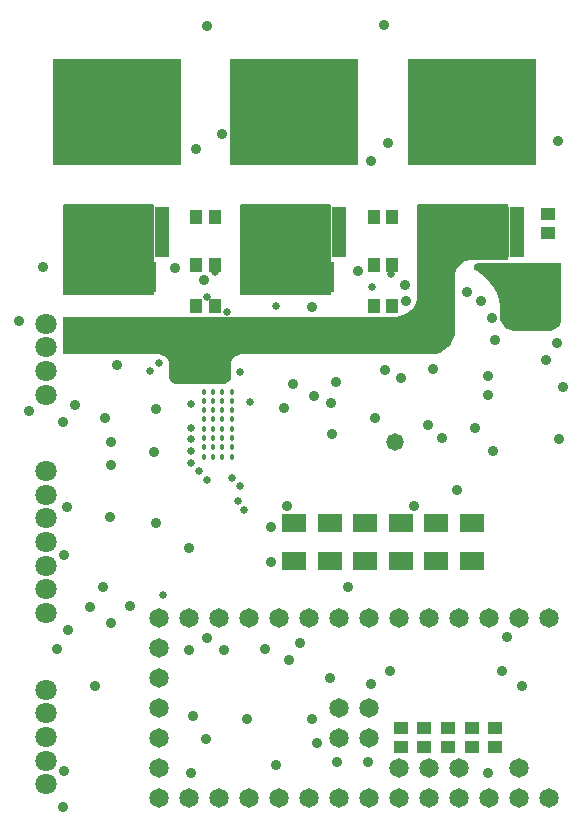
<source format=gbs>
G04 Layer_Color=16711935*
%FSAX44Y44*%
%MOMM*%
G71*
G01*
G75*
%ADD46R,1.1032X1.2032*%
%ADD54R,1.2032X1.1032*%
%ADD55R,2.1032X1.5532*%
%ADD60R,1.2532X4.3532*%
%ADD61R,10.8032X9.0032*%
%ADD63C,1.6510*%
%ADD64C,1.8034*%
%ADD65C,0.6604*%
%ADD66C,1.4732*%
%ADD67C,0.9144*%
%ADD68C,0.4572*%
%ADD69R,7.5832X2.6432*%
G36*
X00725133Y01006010D02*
X00725264Y01005984D01*
X00725390Y01005941D01*
X00725509Y01005882D01*
X00725620Y01005808D01*
X00725720Y01005720D01*
X00725808Y01005620D01*
X00725882Y01005509D01*
X00725941Y01005390D01*
X00725984Y01005264D01*
X00726010Y01005133D01*
X00726018Y01005000D01*
Y00930000D01*
X00726010Y00929867D01*
X00725984Y00929736D01*
X00725941Y00929610D01*
X00725882Y00929491D01*
X00725808Y00929380D01*
X00725720Y00929280D01*
X00725620Y00929192D01*
X00725509Y00929118D01*
X00725390Y00929059D01*
X00725264Y00929016D01*
X00725133Y00928990D01*
X00725000Y00928982D01*
X00650000D01*
X00649867Y00928990D01*
X00649736Y00929016D01*
X00649610Y00929059D01*
X00649491Y00929118D01*
X00649380Y00929192D01*
X00649280Y00929280D01*
X00649192Y00929380D01*
X00649118Y00929491D01*
X00649059Y00929610D01*
X00649016Y00929736D01*
X00648990Y00929867D01*
X00648982Y00930000D01*
Y01005000D01*
X00648990Y01005133D01*
X00649016Y01005264D01*
X00649059Y01005390D01*
X00649118Y01005509D01*
X00649192Y01005620D01*
X00649280Y01005720D01*
X00649380Y01005808D01*
X00649491Y01005882D01*
X00649610Y01005941D01*
X00649736Y01005984D01*
X00649867Y01006010D01*
X00650000Y01006018D01*
X00725000D01*
X00725133Y01006010D01*
D02*
G37*
G36*
X01070133Y00956010D02*
X01070264Y00955984D01*
X01070390Y00955941D01*
X01070509Y00955882D01*
X01070620Y00955808D01*
X01070720Y00955720D01*
X01070808Y00955620D01*
X01070882Y00955509D01*
X01070941Y00955390D01*
X01070984Y00955264D01*
X01071010Y00955133D01*
X01071018Y00955000D01*
X01071018Y00909344D01*
Y00908731D01*
X01071009Y00908598D01*
X01070769Y00906772D01*
X01070743Y00906641D01*
X01070700Y00906515D01*
X01069759Y00904242D01*
X01069700Y00904122D01*
X01069626Y00904012D01*
X01068128Y00902060D01*
X01068040Y00901960D01*
X01067940Y00901872D01*
X01065988Y00900374D01*
X01065878Y00900300D01*
X01065758Y00900241D01*
X01063485Y00899300D01*
X01063359Y00899257D01*
X01063228Y00899231D01*
X01061401Y00898990D01*
X01061401Y00898990D01*
X01061311Y00898985D01*
X01061268Y00898982D01*
X01061268D01*
X01061268D01*
X01060655Y00898982D01*
X01031149D01*
X01031016Y00898990D01*
X01028684Y00899298D01*
X01028553Y00899324D01*
X01028427Y00899366D01*
X01025525Y00900569D01*
X01025405Y00900628D01*
X01025294Y00900702D01*
X01022802Y00902614D01*
X01022702Y00902702D01*
X01022614Y00902802D01*
X01020702Y00905294D01*
X01020628Y00905405D01*
X01020569Y00905525D01*
X01019366Y00908427D01*
X01019324Y00908553D01*
X01019298Y00908684D01*
X01018990Y00911016D01*
X01018982Y00911149D01*
Y00911931D01*
X01018982Y00911931D01*
X01018984Y00911969D01*
X01018985Y00912007D01*
X01019138Y00914072D01*
X01018833Y00920327D01*
X01017797Y00925537D01*
X01016086Y00930576D01*
X01013733Y00935349D01*
X01010776Y00939773D01*
X01007268Y00943774D01*
X01003268Y00947282D01*
X00999732Y00949637D01*
X00998503Y00950333D01*
X00998502Y00950333D01*
X00998208Y00950499D01*
X00998204Y00950502D01*
X00998199Y00950505D01*
X00998147Y00950540D01*
X00998097Y00950573D01*
X00998093Y00950576D01*
X00998088Y00950579D01*
X00998042Y00950620D01*
X00997996Y00950660D01*
X00997992Y00950664D01*
X00997988Y00950667D01*
X00997949Y00950712D01*
X00997907Y00950759D01*
X00997904Y00950764D01*
X00997900Y00950768D01*
X00997286Y00951571D01*
X00997269Y00951598D01*
X00997249Y00951624D01*
X00997232Y00951654D01*
X00997213Y00951682D01*
X00997198Y00951711D01*
X00997182Y00951739D01*
X00997169Y00951771D01*
X00997154Y00951802D01*
X00997144Y00951832D01*
X00997131Y00951862D01*
X00997122Y00951895D01*
X00997112Y00951928D01*
X00997105Y00951960D01*
X00997097Y00951991D01*
X00996940Y00952779D01*
X00996940Y00952780D01*
X00996923Y00952912D01*
Y00953045D01*
Y00953045D01*
X00996940Y00953177D01*
X00997097Y00953966D01*
X00997131Y00954094D01*
X00997182Y00954217D01*
X00997249Y00954333D01*
X00997696Y00955002D01*
X00997726Y00955041D01*
X00997755Y00955082D01*
X00997767Y00955094D01*
X00997777Y00955107D01*
X00997812Y00955143D01*
X00997846Y00955179D01*
X00997859Y00955189D01*
X00997871Y00955201D01*
X00997911Y00955232D01*
X00997949Y00955263D01*
X00997963Y00955272D01*
X00997977Y00955282D01*
X00998020Y00955307D01*
X00998062Y00955334D01*
X00999118Y00955898D01*
X00999164Y00955919D01*
X00999208Y00955941D01*
X00999224Y00955946D01*
X00999239Y00955953D01*
X00999287Y00955967D01*
X00999334Y00955983D01*
X00999351Y00955987D01*
X00999367Y00955992D01*
X00999416Y00956000D01*
X00999465Y00956009D01*
X00999482Y00956011D01*
X00999498Y00956013D01*
X00999548Y00956015D01*
X00999598Y00956018D01*
X01000000D01*
X01000000Y00956018D01*
X01070000Y00956018D01*
X01070133Y00956010D01*
D02*
G37*
G36*
X01025133Y01006010D02*
X01025264Y01005984D01*
X01025390Y01005941D01*
X01025509Y01005882D01*
X01025620Y01005808D01*
X01025720Y01005720D01*
X01025808Y01005620D01*
X01025882Y01005509D01*
X01025941Y01005390D01*
X01025984Y01005264D01*
X01026010Y01005133D01*
X01026018Y01005000D01*
Y00960000D01*
X01026010Y00959867D01*
X01025984Y00959736D01*
X01025941Y00959610D01*
X01025882Y00959491D01*
X01025808Y00959380D01*
X01025720Y00959280D01*
X01025620Y00959192D01*
X01025509Y00959118D01*
X01025390Y00959059D01*
X01025264Y00959016D01*
X01025133Y00958990D01*
X01025000Y00958982D01*
X00995000Y00958982D01*
X00995000Y00958982D01*
X00993648Y00958982D01*
X00989601Y00957968D01*
X00987195Y00956682D01*
X00985066Y00954934D01*
X00983318Y00952805D01*
X00982032Y00950399D01*
X00981018Y00946352D01*
X00981018Y00945000D01*
Y00900000D01*
X00981018Y00900000D01*
Y00899017D01*
X00981015Y00898967D01*
X00981013Y00898918D01*
X00980724Y00895980D01*
X00980719Y00895947D01*
X00980715Y00895913D01*
X00980708Y00895881D01*
X00980702Y00895848D01*
X00980693Y00895816D01*
X00980685Y00895784D01*
X00979541Y00892014D01*
X00979530Y00891983D01*
X00979520Y00891951D01*
X00979506Y00891920D01*
X00979494Y00891889D01*
X00979479Y00891860D01*
X00979465Y00891829D01*
X00977608Y00888355D01*
X00977590Y00888326D01*
X00977574Y00888297D01*
X00977555Y00888270D01*
X00977538Y00888242D01*
X00977516Y00888216D01*
X00977497Y00888189D01*
X00974998Y00885144D01*
X00974975Y00885119D01*
X00974954Y00885093D01*
X00974929Y00885071D01*
X00974907Y00885046D01*
X00974881Y00885025D01*
X00974856Y00885002D01*
X00971811Y00882503D01*
X00971784Y00882484D01*
X00971758Y00882462D01*
X00971730Y00882445D01*
X00971703Y00882426D01*
X00971674Y00882410D01*
X00971645Y00882392D01*
X00968171Y00880535D01*
X00968140Y00880521D01*
X00968111Y00880506D01*
X00968080Y00880494D01*
X00968049Y00880480D01*
X00968018Y00880471D01*
X00967986Y00880459D01*
X00964216Y00879315D01*
X00964184Y00879307D01*
X00964152Y00879298D01*
X00964119Y00879292D01*
X00964087Y00879285D01*
X00964054Y00879282D01*
X00964020Y00879276D01*
X00961082Y00878987D01*
X00961032Y00878985D01*
X00960983Y00878982D01*
X00960000D01*
X00800000Y00878982D01*
X00799411D01*
X00797655Y00878751D01*
X00795470Y00877846D01*
X00793594Y00876406D01*
X00792154Y00874530D01*
X00791249Y00872345D01*
X00791018Y00870589D01*
Y00870000D01*
X00791018Y00860000D01*
X00791018Y00859999D01*
X00791018Y00859005D01*
X00791015Y00858955D01*
X00791013Y00858905D01*
X00791010Y00858889D01*
X00791009Y00858873D01*
X00791000Y00858824D01*
X00790992Y00858774D01*
X00790987Y00858758D01*
X00790983Y00858742D01*
X00790967Y00858694D01*
X00790953Y00858647D01*
X00790946Y00858632D01*
X00790941Y00858616D01*
X00790919Y00858571D01*
X00790898Y00858525D01*
X00789503Y00855915D01*
X00789485Y00855887D01*
X00789469Y00855857D01*
X00789450Y00855831D01*
X00789432Y00855802D01*
X00789411Y00855776D01*
X00789392Y00855749D01*
X00789369Y00855725D01*
X00789348Y00855699D01*
X00789323Y00855676D01*
X00789301Y00855652D01*
X00789275Y00855631D01*
X00789251Y00855608D01*
X00789223Y00855589D01*
X00789198Y00855567D01*
X00789169Y00855550D01*
X00789142Y00855530D01*
X00789113Y00855515D01*
X00789085Y00855497D01*
X00786475Y00854102D01*
X00786429Y00854081D01*
X00786384Y00854059D01*
X00786368Y00854054D01*
X00786353Y00854047D01*
X00786306Y00854033D01*
X00786258Y00854016D01*
X00786242Y00854013D01*
X00786226Y00854008D01*
X00786176Y00854000D01*
X00786127Y00853990D01*
X00786111Y00853989D01*
X00786094Y00853987D01*
X00786044Y00853985D01*
X00785994Y00853982D01*
X00785000Y00853982D01*
X00785000D01*
D01*
X00745000Y00853982D01*
X00744999Y00853982D01*
X00744508Y00853982D01*
X00744474Y00853984D01*
X00744441D01*
X00744408Y00853988D01*
X00744375Y00853991D01*
X00744342Y00853997D01*
X00744309Y00854001D01*
X00742850Y00854292D01*
X00742816Y00854301D01*
X00742722Y00854326D01*
X00742650Y00854356D01*
X00742599Y00854377D01*
X00742483Y00854444D01*
X00742483Y00854444D01*
X00740830Y00855548D01*
X00740829Y00855549D01*
X00740724Y00855630D01*
X00740630Y00855724D01*
X00740549Y00855830D01*
X00739444Y00857484D01*
X00739377Y00857599D01*
X00739326Y00857722D01*
X00739292Y00857850D01*
X00739001Y00859309D01*
X00738997Y00859342D01*
X00738990Y00859375D01*
X00738988Y00859408D01*
X00738984Y00859441D01*
Y00859474D01*
X00738982Y00859508D01*
Y00860000D01*
X00738982Y00870000D01*
Y00870589D01*
X00738751Y00872345D01*
X00737846Y00874530D01*
X00736406Y00876406D01*
X00734530Y00877846D01*
X00732345Y00878751D01*
X00730589Y00878982D01*
X00650000D01*
X00649867Y00878990D01*
X00649736Y00879016D01*
X00649610Y00879059D01*
X00649491Y00879118D01*
X00649380Y00879192D01*
X00649280Y00879280D01*
X00649192Y00879380D01*
X00649118Y00879491D01*
X00649059Y00879610D01*
X00649016Y00879736D01*
X00648990Y00879867D01*
X00648982Y00880000D01*
Y00910000D01*
X00648990Y00910133D01*
X00649016Y00910264D01*
X00649059Y00910390D01*
X00649118Y00910509D01*
X00649192Y00910620D01*
X00649280Y00910720D01*
X00649380Y00910808D01*
X00649491Y00910882D01*
X00649610Y00910941D01*
X00649736Y00910984D01*
X00649867Y00911010D01*
X00650000Y00911018D01*
X00930000D01*
D01*
X00930933Y00911018D01*
X00933721Y00911293D01*
X00937299Y00912378D01*
X00940597Y00914141D01*
X00943487Y00916513D01*
X00945859Y00919403D01*
X00947622Y00922701D01*
X00948707Y00926279D01*
X00948982Y00929067D01*
X00948982Y00930000D01*
D01*
Y00930000D01*
X00948982Y01005000D01*
X00948990Y01005133D01*
X00949016Y01005264D01*
X00949059Y01005390D01*
X00949118Y01005509D01*
X00949192Y01005620D01*
X00949280Y01005720D01*
X00949380Y01005808D01*
X00949491Y01005882D01*
X00949610Y01005941D01*
X00949736Y01005984D01*
X00949867Y01006010D01*
X00950000Y01006018D01*
X01025000D01*
X01025133Y01006010D01*
D02*
G37*
G36*
X00875133D02*
X00875264Y01005984D01*
X00875390Y01005941D01*
X00875509Y01005882D01*
X00875620Y01005808D01*
X00875720Y01005720D01*
X00875808Y01005620D01*
X00875882Y01005509D01*
X00875941Y01005390D01*
X00875984Y01005264D01*
X00876010Y01005133D01*
X00876018Y01005000D01*
Y00930000D01*
X00876010Y00929867D01*
X00875984Y00929736D01*
X00875941Y00929610D01*
X00875882Y00929491D01*
X00875808Y00929380D01*
X00875720Y00929280D01*
X00875620Y00929192D01*
X00875509Y00929118D01*
X00875390Y00929059D01*
X00875264Y00929016D01*
X00875133Y00928990D01*
X00875000Y00928982D01*
X00800000D01*
X00799867Y00928990D01*
X00799736Y00929016D01*
X00799610Y00929059D01*
X00799491Y00929118D01*
X00799380Y00929192D01*
X00799280Y00929280D01*
X00799192Y00929380D01*
X00799118Y00929491D01*
X00799059Y00929610D01*
X00799016Y00929736D01*
X00798990Y00929867D01*
X00798982Y00930000D01*
Y01005000D01*
X00798990Y01005133D01*
X00799016Y01005264D01*
X00799059Y01005390D01*
X00799118Y01005509D01*
X00799192Y01005620D01*
X00799280Y01005720D01*
X00799380Y01005808D01*
X00799491Y01005882D01*
X00799610Y01005941D01*
X00799736Y01005984D01*
X00799867Y01006010D01*
X00800000Y01006018D01*
X00875000D01*
X00875133Y01006010D01*
D02*
G37*
D46*
X00928000Y00920000D02*
D03*
X00912000D02*
D03*
X00778000Y00920000D02*
D03*
X00762000D02*
D03*
X00778000Y00955000D02*
D03*
X00762000D02*
D03*
X00928000D02*
D03*
X00912000D02*
D03*
X00762000Y00995000D02*
D03*
X00778000D02*
D03*
X00912000D02*
D03*
X00928000D02*
D03*
D54*
X00935000Y00563000D02*
D03*
Y00547000D02*
D03*
X00955000Y00563000D02*
D03*
Y00547000D02*
D03*
X00975000Y00563000D02*
D03*
Y00547000D02*
D03*
X00995000Y00563000D02*
D03*
Y00547000D02*
D03*
X01015000Y00563000D02*
D03*
Y00547000D02*
D03*
X01060000Y00998000D02*
D03*
Y00982000D02*
D03*
D55*
X00845000Y00736000D02*
D03*
Y00704000D02*
D03*
X00875000Y00736000D02*
D03*
Y00704000D02*
D03*
X00905000Y00736000D02*
D03*
Y00704000D02*
D03*
X00935000Y00736000D02*
D03*
Y00704000D02*
D03*
X00965000Y00736000D02*
D03*
Y00704000D02*
D03*
X00995000Y00736000D02*
D03*
Y00704000D02*
D03*
D60*
X00733100Y00982500D02*
D03*
X00720400D02*
D03*
X00707700D02*
D03*
X00682300D02*
D03*
X00669600D02*
D03*
X00656900D02*
D03*
X00883100D02*
D03*
X00870400D02*
D03*
X00857700D02*
D03*
X00832300D02*
D03*
X00819600D02*
D03*
X00806900D02*
D03*
X01033100D02*
D03*
X01020400D02*
D03*
X01007700D02*
D03*
X00982300D02*
D03*
X00969600D02*
D03*
X00956900D02*
D03*
D61*
X00695000Y01084500D02*
D03*
X00845000D02*
D03*
X00995000D02*
D03*
D63*
X00729900Y00554600D02*
D03*
X01060100Y00503800D02*
D03*
X00729900Y00529200D02*
D03*
X00907700Y00580000D02*
D03*
X00882300D02*
D03*
X00907700Y00554600D02*
D03*
X00882300D02*
D03*
X00933100Y00529200D02*
D03*
X00958500D02*
D03*
X00983900D02*
D03*
X01034700D02*
D03*
Y00503800D02*
D03*
X01009300D02*
D03*
X00983900D02*
D03*
X00958500D02*
D03*
X00933100D02*
D03*
X00907700D02*
D03*
X00882300D02*
D03*
X00856900D02*
D03*
X00831500D02*
D03*
X00806100D02*
D03*
X00780700D02*
D03*
X00755300D02*
D03*
X00729900D02*
D03*
Y00580000D02*
D03*
Y00605400D02*
D03*
Y00630800D02*
D03*
Y00656200D02*
D03*
X00755300D02*
D03*
X00780700D02*
D03*
X00806100D02*
D03*
X00831500D02*
D03*
X00856900D02*
D03*
X00882300D02*
D03*
X00907700D02*
D03*
X00933100D02*
D03*
X00958500D02*
D03*
X00983900D02*
D03*
X01009300D02*
D03*
X01034700D02*
D03*
X01060100D02*
D03*
D64*
X00635000Y00905066D02*
D03*
Y00885000D02*
D03*
Y00865000D02*
D03*
Y00845000D02*
D03*
Y00660000D02*
D03*
Y00680000D02*
D03*
Y00700000D02*
D03*
Y00780000D02*
D03*
Y00720066D02*
D03*
Y00740132D02*
D03*
Y00760000D02*
D03*
Y00535000D02*
D03*
Y00575066D02*
D03*
Y00595132D02*
D03*
Y00515000D02*
D03*
Y00555000D02*
D03*
D65*
X00791998Y00773998D02*
D03*
X00798998Y00767999D02*
D03*
X00757000Y00807000D02*
D03*
Y00817000D02*
D03*
X00927000Y00947000D02*
D03*
X00911000Y00936000D02*
D03*
X00828998Y00919998D02*
D03*
X00757000Y00787000D02*
D03*
X00802000Y00747000D02*
D03*
X00796998Y00754998D02*
D03*
X00806998Y00838998D02*
D03*
X00771004Y00927298D02*
D03*
X00777390Y00948390D02*
D03*
X00757000Y00837000D02*
D03*
X00730000Y00872000D02*
D03*
X00723000Y00864834D02*
D03*
X00771000Y00773000D02*
D03*
X00764000Y00780000D02*
D03*
X00757000Y00797000D02*
D03*
X00734000Y00675000D02*
D03*
X00787998Y00914998D02*
D03*
X00798998Y00863998D02*
D03*
D66*
X00930000Y00805000D02*
D03*
D67*
X00913427Y00825570D02*
D03*
X01008998Y00860998D02*
D03*
X00805000Y00570000D02*
D03*
X00926000Y00611000D02*
D03*
X00890000Y00682160D02*
D03*
X01025000Y00640000D02*
D03*
X00909998Y00599999D02*
D03*
X00850000Y00635000D02*
D03*
X00955000Y01115000D02*
D03*
Y01100000D02*
D03*
X00970000Y01115000D02*
D03*
Y01100000D02*
D03*
X00985000D02*
D03*
Y01115000D02*
D03*
X01000000Y01100000D02*
D03*
Y01115000D02*
D03*
X01015000D02*
D03*
Y01100000D02*
D03*
X00805000Y01115000D02*
D03*
Y01100000D02*
D03*
X00820000Y01115000D02*
D03*
Y01100000D02*
D03*
X00835000D02*
D03*
Y01115000D02*
D03*
X00850000Y01100000D02*
D03*
Y01115000D02*
D03*
X00865000D02*
D03*
Y01100000D02*
D03*
X00715000D02*
D03*
Y01115000D02*
D03*
X00700000D02*
D03*
Y01100000D02*
D03*
X00685000Y01115000D02*
D03*
Y01100000D02*
D03*
X00670000D02*
D03*
Y01115000D02*
D03*
X00655000Y01100000D02*
D03*
Y01115000D02*
D03*
X01045000Y00945000D02*
D03*
X01060000D02*
D03*
Y00930000D02*
D03*
X01030000D02*
D03*
Y00945000D02*
D03*
X01045000Y00930000D02*
D03*
X00689999Y00784998D02*
D03*
X00685000Y00825000D02*
D03*
X00689999Y00804998D02*
D03*
X00726447Y00796447D02*
D03*
X00658902Y00836098D02*
D03*
X00649000Y00822000D02*
D03*
X00935000Y00859000D02*
D03*
X00835900Y00833409D02*
D03*
X00880000Y00856000D02*
D03*
X00705999Y00665999D02*
D03*
X00875998Y00837998D02*
D03*
X00962000Y00867000D02*
D03*
X00923998Y01057998D02*
D03*
X00909398Y01042398D02*
D03*
X00861905Y00843905D02*
D03*
X00762000Y01053000D02*
D03*
X00784000Y01066000D02*
D03*
X00969998Y00807998D02*
D03*
X00998000Y00817000D02*
D03*
X01013000Y00797000D02*
D03*
X01067000Y00889000D02*
D03*
X01009000Y00845000D02*
D03*
X01072000Y00851000D02*
D03*
X01057998Y00873998D02*
D03*
X00727460Y00736540D02*
D03*
X00689000Y00741000D02*
D03*
X00860000Y00570000D02*
D03*
X00829000Y00531000D02*
D03*
X00881000Y00534000D02*
D03*
X00863998Y00549999D02*
D03*
X00907235Y00533517D02*
D03*
X00682650Y00681731D02*
D03*
X00649999Y00708999D02*
D03*
X00651999Y00749998D02*
D03*
X00649999Y00525999D02*
D03*
X00649000Y00496000D02*
D03*
X00643999Y00629999D02*
D03*
X00652999Y00645999D02*
D03*
X00676000Y00598000D02*
D03*
X00671999Y00664999D02*
D03*
X00689999Y00651999D02*
D03*
X00839000Y00751000D02*
D03*
X00620315Y00831400D02*
D03*
X00737000Y00905000D02*
D03*
X00632000Y00953000D02*
D03*
X00743998Y00951998D02*
D03*
X01068000Y01060000D02*
D03*
X00612000Y00907000D02*
D03*
X00771000Y01157000D02*
D03*
X00921000Y01158000D02*
D03*
X01069000Y00807000D02*
D03*
X00946000Y00751000D02*
D03*
X00983000Y00764000D02*
D03*
X00958000Y00819000D02*
D03*
X00921998Y00865998D02*
D03*
X00921000Y00895000D02*
D03*
X00825000Y00703000D02*
D03*
X00875000Y00605000D02*
D03*
X00820000Y00630000D02*
D03*
X00840000Y00620000D02*
D03*
X01009000Y00525000D02*
D03*
X01038000Y00598000D02*
D03*
X01021000Y00611000D02*
D03*
X00939000Y00938000D02*
D03*
X00899000Y00950000D02*
D03*
X00939850Y00923987D02*
D03*
X00990998Y00931998D02*
D03*
X01002804Y00924430D02*
D03*
X01014998Y00890998D02*
D03*
X01011998Y00909998D02*
D03*
X00876998Y00811998D02*
D03*
X00843998Y00853998D02*
D03*
X00825000Y00733000D02*
D03*
X00767999Y00941998D02*
D03*
X00721000Y00885000D02*
D03*
X00695000Y00870000D02*
D03*
X00676000Y00904000D02*
D03*
X00860000Y00919000D02*
D03*
X00836000Y00896000D02*
D03*
X00727999Y00832999D02*
D03*
X00755999Y00714999D02*
D03*
X00759000Y00573000D02*
D03*
X00769998Y00552999D02*
D03*
X00755999Y00628999D02*
D03*
X00785000Y00629000D02*
D03*
X00770999Y00638999D02*
D03*
X00757000Y00525000D02*
D03*
D68*
X00768189Y00800315D02*
D03*
X00776063D02*
D03*
Y00808189D02*
D03*
X00768189D02*
D03*
X00776063Y00816063D02*
D03*
X00768189D02*
D03*
X00776063Y00823937D02*
D03*
X00768189D02*
D03*
Y00831811D02*
D03*
X00776063Y00839685D02*
D03*
X00768189D02*
D03*
X00776063Y00847559D02*
D03*
X00768189D02*
D03*
X00776063Y00831811D02*
D03*
X00791811Y00847559D02*
D03*
Y00839685D02*
D03*
Y00831811D02*
D03*
Y00823937D02*
D03*
Y00816063D02*
D03*
X00783937Y00847559D02*
D03*
Y00839685D02*
D03*
Y00831811D02*
D03*
Y00823937D02*
D03*
Y00816063D02*
D03*
Y00808189D02*
D03*
X00776063Y00792441D02*
D03*
X00783937Y00800315D02*
D03*
Y00792441D02*
D03*
X00791811Y00808189D02*
D03*
Y00800315D02*
D03*
Y00792441D02*
D03*
X00768189D02*
D03*
D69*
X00840000Y00895200D02*
D03*
Y00944800D02*
D03*
X00690000Y00895200D02*
D03*
Y00944800D02*
D03*
M02*

</source>
